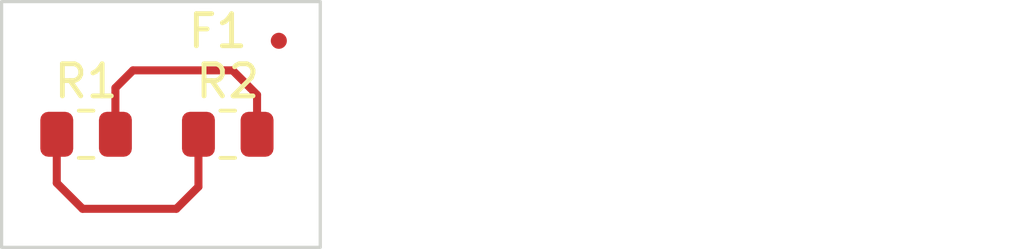
<source format=kicad_pcb>
(kicad_pcb (version 20241229) (generator "pcbnew") (generator_version "9.0")
  (layers (0 "F.Cu" signal) (2 "B.Cu" signal) (13 "F.Paste" user) (15 "B.Paste" user) (5 "F.SilkS" user "F.Silkscreen") (7 "B.SilkS" user "B.Silkscreen") (1 "F.Mask" user) (3 "B.Mask" user) (25 "Edge.Cuts" user))
  (net 0 "")
  (net 1 "Net-(R1-Pad1)")
  (net 2 "Net-(R1-Pad2)")
  (footprint "Fiducial:Fiducial_0.5mm_Mask1.5mm" (layer "F.Cu") (at 147.7 87.3)
    (property "Reference" "F1" (at -1.9 -0.3 0) (layer "F.SilkS"))
    (property "Value" "Fiducial_0.5mm_Mask1.5mm")
    (pad "" smd circle (at 0 0) (size 0.5 0.5) (layers "F.Cu" "F.Mask") (clearance 0.5))
  )
  (footprint "Resistor_SMD:R_0805_2012Metric" (layer "F.Cu") (at 141.7 90.21)
    (property "Reference" "R1" (at 0 -1.65 0) (layer "F.SilkS"))
    (property "Value" "R")
    (fp_line (start -0.227064 -0.735) (end 0.227064 -0.735) (stroke (width 0.12)) (layer "F.SilkS"))
    (fp_line (start -0.227064 0.735) (end 0.227064 0.735) (stroke (width 0.12)) (layer "F.SilkS"))
    (pad "1" smd roundrect (at -0.9125 0) (size 1.025 1.4) (layers "F.Cu" "F.Mask" "F.Paste") (roundrect_rratio 0.243902) (net 1 "Net-(R1-Pad1)"))
    (pad "2" smd roundrect (at 0.9125 0) (size 1.025 1.4) (layers "F.Cu" "F.Mask" "F.Paste") (roundrect_rratio 0.243902) (net 2 "Net-(R1-Pad2)"))
  )
  (footprint "Resistor_SMD:R_0805_2012Metric" (layer "F.Cu") (at 146.11 90.21)
    (property "Reference" "R2" (at 0 -1.65 0) (layer "F.SilkS"))
    (property "Value" "R")
    (fp_line (start -0.227064 -0.735) (end 0.227064 -0.735) (stroke (width 0.12)) (layer "F.SilkS"))
    (fp_line (start -0.227064 0.735) (end 0.227064 0.735) (stroke (width 0.12)) (layer "F.SilkS"))
    (pad "1" smd roundrect (at -0.9125 0) (size 1.025 1.4) (layers "F.Cu" "F.Mask" "F.Paste") (roundrect_rratio 0.243902) (net 1 "Net-(R1-Pad1)"))
    (pad "2" smd roundrect (at 0.9125 0) (size 1.025 1.4) (layers "F.Cu" "F.Mask" "F.Paste") (roundrect_rratio 0.243902) (net 2 "Net-(R1-Pad2)"))
  )
  (gr_rect (start 139.07 86.08) (end 148.99 93.73) (stroke (width 0.1)) (fill no) (layer "Edge.Cuts"))
  (segment (start 140.7875 91.7275) (end 141.59 92.53) (width 0.25) (layer "F.Cu") (net 1))
  (segment (start 145.1975 91.8425) (end 145.1975 90.21) (width 0.25) (layer "F.Cu") (net 1))
  (segment (start 141.59 92.53) (end 144.51 92.53) (width 0.25) (layer "F.Cu") (net 1))
  (segment (start 144.51 92.53) (end 145.1975 91.8425) (width 0.25) (layer "F.Cu") (net 1))
  (segment (start 140.7875 90.21) (end 140.7875 91.7275) (width 0.25) (layer "F.Cu") (net 1))
  (segment (start 143.16 88.22) (end 146.26 88.22) (width 0.25) (layer "F.Cu") (net 2))
  (segment (start 142.6125 90.21) (end 142.6125 88.7675) (width 0.25) (layer "F.Cu") (net 2))
  (segment (start 147.0225 88.9825) (end 147.0225 90.21) (width 0.25) (layer "F.Cu") (net 2))
  (segment (start 146.26 88.22) (end 147.0225 88.9825) (width 0.25) (layer "F.Cu") (net 2))
  (segment (start 142.6125 88.7675) (end 143.16 88.22) (width 0.25) (layer "F.Cu") (net 2))
)
</source>
